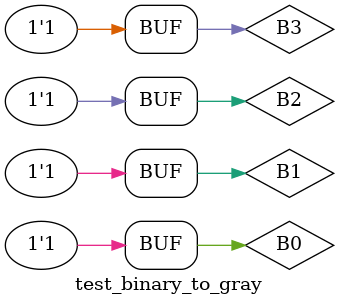
<source format=sv>
`timescale 1ns/1ps
module test_binary_to_gray;
    reg B3;
    reg B2;
    reg B1;
    reg B0;

    wire G3;
    wire G2;
    wire G1;
    wire G0;

    binary_to_gray uut(
        .B3(B3),
        .B2(B2),
        .B1(B1),
        .B0(B0),
        .G3(G3),
        .G2(G2),
        .G1(G1),
        .G0(G0)
    );
    initial begin
        $dumpfile("dump.vcd");
        $dumpvars(1);

        B3=0;
        B2=0;
        B1=0;
        B0=0;
        #60;

        B3=0;
        B2=0;
        B1=0;
        B0=1;
        #60;

        B3=0;
        B2=0;
        B1=1;
        B0=0;
        #60;

        B3=0;
        B2=0;
        B1=1;
        B0=1;
        #60;

        B3=0;
        B2=1;
        B1=0;
        B0=0;
        #60;

        B3=0;
        B2=1;
        B1=0;
        B0=1;
        #60;

        B3=0;
        B2=1;
        B1=1;
        B0=0;
        #60;

        B3=0;
        B2=1;
        B1=1;
        B0=1;
        #60;

        B3=1;
        B2=0;
        B1=0;
        B0=0;
        #60;

        B3=1;
        B2=0;
        B1=0;
        B0=1;
        #60;

        B3=1;
        B2=0;
        B1=1;
        B0=0;
        #60;

        B3=1;
        B2=0;
        B1=1;
        B0=1;
        #60;

        B3=1;
        B2=1;
        B1=0;
        B0=0;
        #60;

        B3=1;
        B2=1;
        B1=0;
        B0=1;
        #60;

        B3=1;
        B2=1;
        B1=1;
        B0=0;
        #60;

        B3=1;
        B2=1;
        B1=1;
        B0=1;
        #60;

    end
endmodule

</source>
